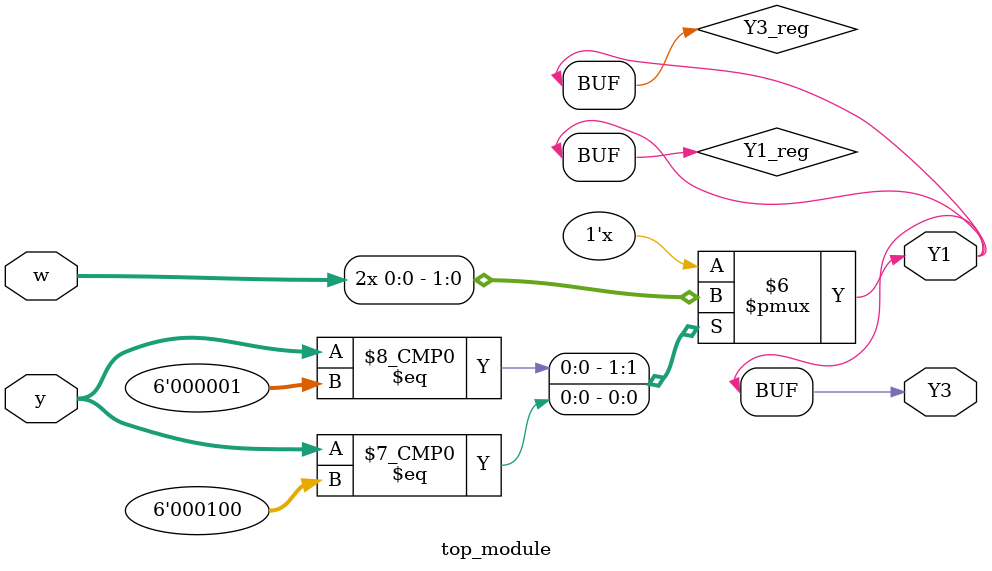
<source format=sv>
module top_module (
	input [5:0] y,
	input w,
	output Y1,
	output Y3
);

reg Y1_reg, Y3_reg;

always @(w or y) begin
	case(y)
		6'b000001: Y1_reg = w;
		6'b000010: Y1_reg = Y1_reg;
		6'b000100: Y1_reg = w;
		6'b001000: Y1_reg = Y1_reg;
		6'b001000: Y1_reg = Y1_reg;
		6'b010000: Y1_reg = Y3_reg;
		6'b100000: Y1_reg = Y3_reg;
	endcase

	Y3_reg = Y1_reg;

end

assign Y1 = Y1_reg;
assign Y3 = Y3_reg;

endmodule

</source>
